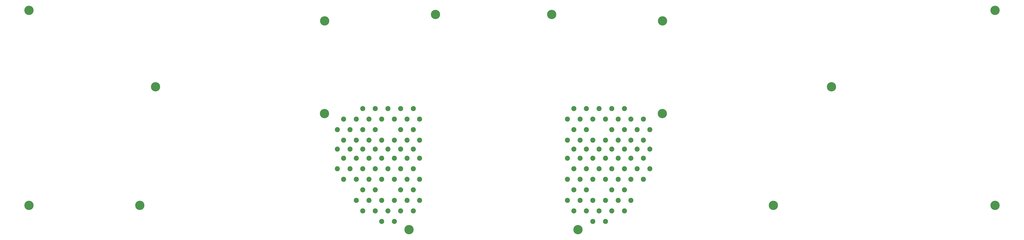
<source format=gbl>
G04 #@! TF.GenerationSoftware,KiCad,Pcbnew,(5.1.6)-1*
G04 #@! TF.CreationDate,2020-12-27T00:50:51+01:00*
G04 #@! TF.ProjectId,top,746f702e-6b69-4636-9164-5f7063625858,rev?*
G04 #@! TF.SameCoordinates,Original*
G04 #@! TF.FileFunction,Copper,L2,Bot*
G04 #@! TF.FilePolarity,Positive*
%FSLAX46Y46*%
G04 Gerber Fmt 4.6, Leading zero omitted, Abs format (unit mm)*
G04 Created by KiCad (PCBNEW (5.1.6)-1) date 2020-12-27 00:50:51*
%MOMM*%
%LPD*%
G01*
G04 APERTURE LIST*
G04 #@! TA.AperFunction,WasherPad*
%ADD10C,2.400000*%
G04 #@! TD*
G04 #@! TA.AperFunction,ComponentPad*
%ADD11C,0.700000*%
G04 #@! TD*
G04 #@! TA.AperFunction,ComponentPad*
%ADD12C,4.400000*%
G04 #@! TD*
G04 APERTURE END LIST*
D10*
X338899600Y-109728400D03*
X347899600Y-113978400D03*
X356899600Y-109728400D03*
X338899600Y-118978400D03*
X329899600Y-113978400D03*
X329899600Y-123978400D03*
X329899600Y-133978400D03*
X338899600Y-138978400D03*
X347899600Y-133978400D03*
X347899600Y-123978400D03*
X356899600Y-118978400D03*
X356899600Y-100478400D03*
X347899600Y-105478400D03*
X329899600Y-105478400D03*
X329899600Y-95478400D03*
X347899600Y-95478400D03*
X338899600Y-90478400D03*
X323899600Y-105478400D03*
X359899600Y-105478400D03*
X353899600Y-105478400D03*
X362899600Y-100478400D03*
X359899600Y-95478400D03*
X362899600Y-109728400D03*
X326899600Y-109728400D03*
X350899600Y-109728400D03*
X344899600Y-109728400D03*
X332899600Y-109728400D03*
X350899600Y-90478400D03*
X359899600Y-113978400D03*
X359899600Y-123978400D03*
X362899600Y-118978400D03*
X350899600Y-100478400D03*
X353899600Y-95478400D03*
X323899600Y-113978400D03*
X350899600Y-118978400D03*
X353899600Y-113978400D03*
X350899600Y-128978400D03*
X353899600Y-123978400D03*
X350899600Y-138978400D03*
X353899600Y-133978400D03*
X326899600Y-118978400D03*
X323899600Y-123978400D03*
X323899600Y-133978400D03*
X326899600Y-128978400D03*
X326899600Y-138978400D03*
X323899600Y-95478400D03*
X326899600Y-90478400D03*
X326899600Y-100478400D03*
X332899600Y-138978400D03*
X344899600Y-138978400D03*
X341899600Y-143978400D03*
X335899600Y-143978400D03*
X344899600Y-118978400D03*
X332899600Y-118978400D03*
X335899600Y-113978400D03*
X341899600Y-113978400D03*
X344899600Y-90478400D03*
X332899600Y-90478400D03*
X335899600Y-133978400D03*
X341899600Y-133978400D03*
X332899600Y-128978400D03*
X344899600Y-128978400D03*
X341899600Y-95478400D03*
X335899600Y-95478400D03*
X344899600Y-100478400D03*
X332899600Y-100478400D03*
X335899600Y-123978400D03*
X341899600Y-123978400D03*
X335899600Y-105478400D03*
X341899600Y-105478400D03*
X235899600Y-105478400D03*
X241899600Y-105478400D03*
X235899600Y-123978400D03*
X241899600Y-123978400D03*
X244899600Y-100478400D03*
X232899600Y-100478400D03*
X241899600Y-95478400D03*
X235899600Y-95478400D03*
X232899600Y-128978400D03*
X244899600Y-128978400D03*
X235899600Y-133978400D03*
X241899600Y-133978400D03*
X244899600Y-90478400D03*
X232899600Y-90478400D03*
X235899600Y-113978400D03*
X241899600Y-113978400D03*
X244899600Y-118978400D03*
X232899600Y-118978400D03*
X241899600Y-143978400D03*
X235899600Y-143978400D03*
X232899600Y-138978400D03*
X244899600Y-138978400D03*
X250899600Y-100478400D03*
X250899600Y-90478400D03*
X253899600Y-95478400D03*
X250899600Y-138978400D03*
X250899600Y-128978400D03*
X253899600Y-133978400D03*
X253899600Y-123978400D03*
X250899600Y-118978400D03*
X223899600Y-133978400D03*
X226899600Y-138978400D03*
X223899600Y-123978400D03*
X226899600Y-128978400D03*
X223899600Y-113978400D03*
X226899600Y-118978400D03*
X253899600Y-113978400D03*
X223899600Y-95478400D03*
X226899600Y-100478400D03*
X214899600Y-118978400D03*
X217899600Y-123978400D03*
X217899600Y-113978400D03*
X226899600Y-90478400D03*
X244899600Y-109728400D03*
X232899600Y-109728400D03*
X226899600Y-109728400D03*
X250899600Y-109728400D03*
X214899600Y-109728400D03*
X217899600Y-95478400D03*
X214899600Y-100478400D03*
X223899600Y-105478400D03*
X217899600Y-105478400D03*
X253899600Y-105478400D03*
X238899600Y-90478400D03*
X229899600Y-95478400D03*
X247899600Y-95478400D03*
X247899600Y-105478400D03*
X229899600Y-105478400D03*
X220899600Y-100478400D03*
X220899600Y-118978400D03*
X229899600Y-123978400D03*
X229899600Y-133978400D03*
X238899600Y-138978400D03*
X247899600Y-133978400D03*
X247899600Y-123978400D03*
X247899600Y-113978400D03*
X238899600Y-118978400D03*
X220899600Y-109728400D03*
X229899600Y-113978400D03*
X238899600Y-109728400D03*
D11*
X370066326Y-47711674D03*
X368899600Y-47228400D03*
X367732874Y-47711674D03*
X367249600Y-48878400D03*
X367732874Y-50045126D03*
X368899600Y-50528400D03*
X370066326Y-50045126D03*
X370549600Y-48878400D03*
D12*
X368899600Y-48878400D03*
D11*
X210066326Y-47711674D03*
X208899600Y-47228400D03*
X207732874Y-47711674D03*
X207249600Y-48878400D03*
X207732874Y-50045126D03*
X208899600Y-50528400D03*
X210066326Y-50045126D03*
X210549600Y-48878400D03*
D12*
X208899600Y-48878400D03*
D11*
X422566326Y-135211674D03*
X421399600Y-134728400D03*
X420232874Y-135211674D03*
X419749600Y-136378400D03*
X420232874Y-137545126D03*
X421399600Y-138028400D03*
X422566326Y-137545126D03*
X423049600Y-136378400D03*
D12*
X421399600Y-136378400D03*
D11*
X122566326Y-135211674D03*
X121399600Y-134728400D03*
X120232874Y-135211674D03*
X119749600Y-136378400D03*
X120232874Y-137545126D03*
X121399600Y-138028400D03*
X122566326Y-137545126D03*
X123049600Y-136378400D03*
D12*
X121399600Y-136378400D03*
D11*
X450084726Y-78944674D03*
X448918000Y-78461400D03*
X447751274Y-78944674D03*
X447268000Y-80111400D03*
X447751274Y-81278126D03*
X448918000Y-81761400D03*
X450084726Y-81278126D03*
X450568000Y-80111400D03*
D12*
X448918000Y-80111400D03*
D11*
X129984726Y-78944674D03*
X128818000Y-78461400D03*
X127651274Y-78944674D03*
X127168000Y-80111400D03*
X127651274Y-81278126D03*
X128818000Y-81761400D03*
X129984726Y-81278126D03*
X130468000Y-80111400D03*
D12*
X128818000Y-80111400D03*
D11*
X370015526Y-91711674D03*
X368848800Y-91228400D03*
X367682074Y-91711674D03*
X367198800Y-92878400D03*
X367682074Y-94045126D03*
X368848800Y-94528400D03*
X370015526Y-94045126D03*
X370498800Y-92878400D03*
D12*
X368848800Y-92878400D03*
D11*
X210015526Y-91711674D03*
X208848800Y-91228400D03*
X207682074Y-91711674D03*
X207198800Y-92878400D03*
X207682074Y-94045126D03*
X208848800Y-94528400D03*
X210015526Y-94045126D03*
X210498800Y-92878400D03*
D12*
X208848800Y-92878400D03*
D11*
X317566326Y-44711674D03*
X316399600Y-44228400D03*
X315232874Y-44711674D03*
X314749600Y-45878400D03*
X315232874Y-47045126D03*
X316399600Y-47528400D03*
X317566326Y-47045126D03*
X318049600Y-45878400D03*
D12*
X316399600Y-45878400D03*
D11*
X262566326Y-44711674D03*
X261399600Y-44228400D03*
X260232874Y-44711674D03*
X259749600Y-45878400D03*
X260232874Y-47045126D03*
X261399600Y-47528400D03*
X262566326Y-47045126D03*
X263049600Y-45878400D03*
D12*
X261399600Y-45878400D03*
D11*
X250015526Y-146711674D03*
X248848800Y-146228400D03*
X247682074Y-146711674D03*
X247198800Y-147878400D03*
X247682074Y-149045126D03*
X248848800Y-149528400D03*
X250015526Y-149045126D03*
X250498800Y-147878400D03*
D12*
X248848800Y-147878400D03*
D11*
X330015526Y-146711674D03*
X328848800Y-146228400D03*
X327682074Y-146711674D03*
X327198800Y-147878400D03*
X327682074Y-149045126D03*
X328848800Y-149528400D03*
X330015526Y-149045126D03*
X330498800Y-147878400D03*
D12*
X328848800Y-147878400D03*
D11*
X527566326Y-135211674D03*
X526399600Y-134728400D03*
X525232874Y-135211674D03*
X524749600Y-136378400D03*
X525232874Y-137545126D03*
X526399600Y-138028400D03*
X527566326Y-137545126D03*
X528049600Y-136378400D03*
D12*
X526399600Y-136378400D03*
D11*
X527566326Y-42711674D03*
X526399600Y-42228400D03*
X525232874Y-42711674D03*
X524749600Y-43878400D03*
X525232874Y-45045126D03*
X526399600Y-45528400D03*
X527566326Y-45045126D03*
X528049600Y-43878400D03*
D12*
X526399600Y-43878400D03*
D11*
X70066326Y-135211674D03*
X68899600Y-134728400D03*
X67732874Y-135211674D03*
X67249600Y-136378400D03*
X67732874Y-137545126D03*
X68899600Y-138028400D03*
X70066326Y-137545126D03*
X70549600Y-136378400D03*
D12*
X68899600Y-136378400D03*
D11*
X70066326Y-42711674D03*
X68899600Y-42228400D03*
X67732874Y-42711674D03*
X67249600Y-43878400D03*
X67732874Y-45045126D03*
X68899600Y-45528400D03*
X70066326Y-45045126D03*
X70549600Y-43878400D03*
D12*
X68899600Y-43878400D03*
M02*

</source>
